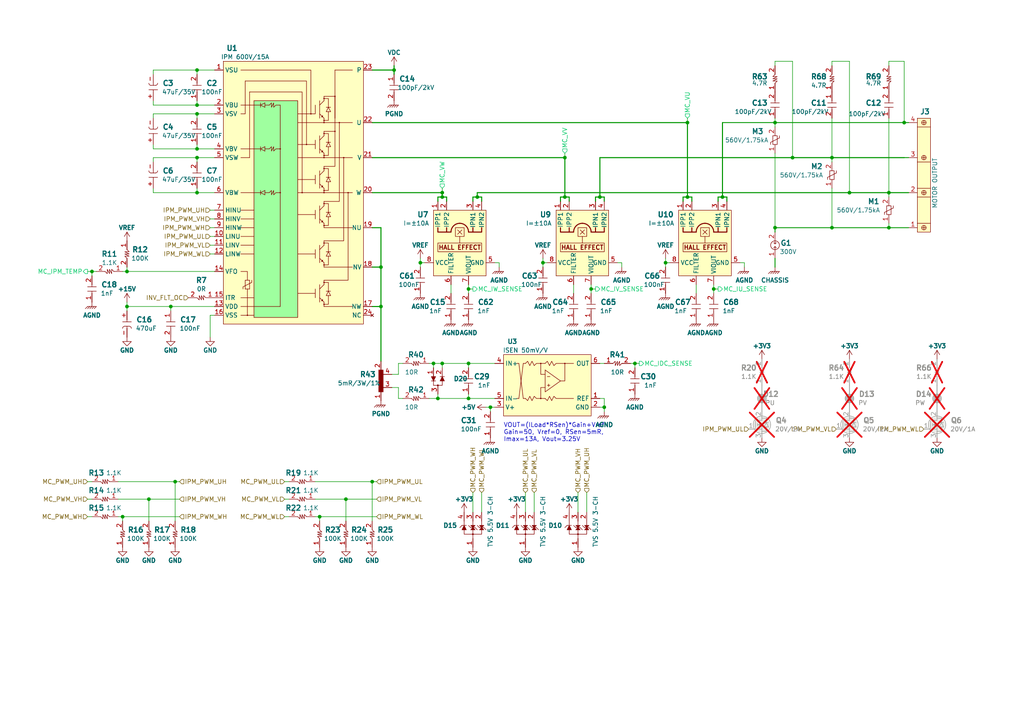
<source format=kicad_sch>
(kicad_sch (version 20231120) (generator "eeschema") (generator_version "8.0")
  (paper "A4")
  (title_block (title "POWER SUPPLY UNIT") (date "2023-10-14") (rev "0.0") (company "TON DUC THANG UNIVERSITY") (comment 1 "Schematic Designed by ...") (comment 2 "PCB Designed by ...") (comment 3 "Approved by ..."))
  (junction (at 175.26 118.11))
  (junction (at 57.15 20.32))
  (junction (at 57.15 33.02))
  (junction (at 229.87 45.72))
  (junction (at 128.27 57.15))
  (junction (at 171.45 83.82))
  (junction (at 121.92 76.2))
  (junction (at 224.79 35.56))
  (junction (at 257.81 55.88))
  (junction (at 35.56 149.86))
  (junction (at 209.55 57.15))
  (junction (at 57.15 30.48))
  (junction (at 128.27 55.88))
  (junction (at 57.15 43.18))
  (junction (at 257.81 66.04))
  (junction (at 246.38 55.88))
  (junction (at 173.99 57.15))
  (junction (at 36.83 78.74))
  (junction (at 224.79 66.04))
  (junction (at 36.83 88.9))
  (junction (at 57.15 45.72))
  (junction (at 107.95 139.7))
  (junction (at 163.83 45.72))
  (junction (at 43.18 144.78))
  (junction (at 49.53 88.9))
  (junction (at 114.3 20.32))
  (junction (at 110.49 88.9))
  (junction (at 199.39 35.56))
  (junction (at 199.39 57.15))
  (junction (at 128.27 105.41))
  (junction (at 184.15 105.41))
  (junction (at 157.48 76.2))
  (junction (at 110.49 77.47))
  (junction (at 135.89 83.82))
  (junction (at 92.71 149.86))
  (junction (at 100.33 144.78))
  (junction (at 57.15 55.88))
  (junction (at 207.01 83.82))
  (junction (at 241.3 45.72))
  (junction (at 135.89 115.57))
  (junction (at 26.67 78.74))
  (junction (at 142.24 118.11))
  (junction (at 127 115.57))
  (junction (at 125.73 105.41))
  (junction (at 135.89 105.41))
  (junction (at 262.255 35.56))
  (junction (at 138.43 57.15))
  (junction (at 193.04 76.2))
  (junction (at 163.83 57.15))
  (junction (at 241.3 66.04))
  (junction (at 50.8 139.7))
  (wire (pts (xy 157.48 76.2) (xy 158.75 76.2)))
  (wire (pts (xy 60.96 68.58) (xy 62.23 68.58)))
  (wire (pts (xy 25.4 144.78) (xy 26.67 144.78)))
  (wire (pts (xy 121.92 74.93) (xy 121.92 76.2)))
  (wire (pts (xy 163.83 45.72) (xy 163.83 57.15)) (stroke (width 0.3)))
  (wire (pts (xy 135.89 106.68) (xy 135.89 105.41)))
  (wire (pts (xy 171.45 83.82) (xy 172.72 83.82)))
  (wire (pts (xy 44.45 30.48) (xy 57.15 30.48)))
  (wire (pts (xy 44.45 20.32) (xy 57.15 20.32)))
  (wire (pts (xy 246.38 17.78) (xy 246.38 55.88)))
  (wire (pts (xy 114.3 20.32) (xy 114.3 21.59)) (stroke (width 0.3)))
  (wire (pts (xy 207.01 82.55) (xy 207.01 83.82)))
  (wire (pts (xy 224.79 34.29) (xy 224.79 35.56)))
  (wire (pts (xy 115.57 112.395) (xy 113.665 112.395)))
  (wire (pts (xy 224.79 35.56) (xy 262.255 35.56)) (stroke (width 0.254)))
  (wire (pts (xy 229.87 45.72) (xy 241.3 45.72)) (stroke (width 0.3)))
  (wire (pts (xy 44.45 29.21) (xy 44.45 30.48)))
  (wire (pts (xy 208.28 58.42) (xy 208.28 57.15)) (stroke (width 0.3)))
  (wire (pts (xy 91.44 144.78) (xy 100.33 144.78)))
  (wire (pts (xy 162.56 57.15) (xy 163.83 57.15)) (stroke (width 0.3)))
  (wire (pts (xy 224.79 74.93) (xy 224.79 77.47)) (stroke (width 0.254)))
  (wire (pts (xy 257.81 19.05) (xy 257.81 17.78)))
  (wire (pts (xy 224.79 19.05) (xy 224.79 17.78)))
  (wire (pts (xy 44.45 21.59) (xy 44.45 20.32)))
  (wire (pts (xy 115.57 115.57) (xy 115.57 112.395)))
  (wire (pts (xy 60.96 71.12) (xy 62.23 71.12)))
  (wire (pts (xy 137.16 57.15) (xy 138.43 57.15)) (stroke (width 0.3)))
  (wire (pts (xy 163.83 44.45) (xy 163.83 45.72)))
  (wire (pts (xy 121.92 76.2) (xy 123.19 76.2)))
  (wire (pts (xy 209.55 57.15) (xy 210.82 57.15)) (stroke (width 0.3)))
  (wire (pts (xy 34.29 144.78) (xy 43.18 144.78)))
  (wire (pts (xy 128.27 106.68) (xy 128.27 105.41)))
  (wire (pts (xy 57.15 54.61) (xy 57.15 55.88)))
  (wire (pts (xy 92.71 149.86) (xy 92.71 151.13)))
  (wire (pts (xy 175.26 57.15) (xy 175.26 58.42)) (stroke (width 0.3)))
  (wire (pts (xy 139.7 142.875) (xy 139.7 148.59)))
  (wire (pts (xy 35.56 149.86) (xy 52.07 149.86)))
  (wire (pts (xy 57.15 45.72) (xy 57.15 46.99)))
  (wire (pts (xy 184.15 105.41) (xy 182.88 105.41)))
  (wire (pts (xy 198.12 58.42) (xy 198.12 57.15)) (stroke (width 0.3)))
  (wire (pts (xy 34.29 139.7) (xy 50.8 139.7)))
  (wire (pts (xy 224.79 17.78) (xy 229.87 17.78)))
  (wire (pts (xy 44.45 41.91) (xy 44.45 43.18)))
  (wire (pts (xy 144.78 76.2) (xy 144.78 77.47)))
  (wire (pts (xy 173.99 45.72) (xy 173.99 57.15)) (stroke (width 0.3)))
  (wire (pts (xy 257.81 64.77) (xy 257.81 66.04)))
  (wire (pts (xy 175.26 119.38) (xy 175.26 118.11)))
  (wire (pts (xy 100.33 144.78) (xy 109.22 144.78)))
  (wire (pts (xy 110.49 88.9) (xy 110.49 104.775)) (stroke (width 0.3)))
  (wire (pts (xy 107.95 55.88) (xy 128.27 55.88)) (stroke (width 0.3)))
  (wire (pts (xy 91.44 139.7) (xy 107.95 139.7)))
  (wire (pts (xy 60.96 91.44) (xy 62.23 91.44)))
  (wire (pts (xy 44.45 33.02) (xy 57.15 33.02)))
  (wire (pts (xy 241.3 45.72) (xy 262.255 45.72)) (stroke (width 0.3)))
  (wire (pts (xy 60.96 66.04) (xy 62.23 66.04)))
  (wire (pts (xy 57.15 41.91) (xy 57.15 43.18)))
  (wire (pts (xy 229.87 17.78) (xy 229.87 45.72)))
  (wire (pts (xy 138.43 57.15) (xy 139.7 57.15)) (stroke (width 0.3)))
  (wire (pts (xy 129.54 57.15) (xy 129.54 58.42)) (stroke (width 0.3)))
  (wire (pts (xy 50.8 139.7) (xy 52.07 139.7)))
  (wire (pts (xy 135.89 83.82) (xy 137.16 83.82)))
  (wire (pts (xy 114.3 19.05) (xy 114.3 20.32)) (stroke (width 0.3)))
  (wire (pts (xy 43.18 144.78) (xy 52.07 144.78)))
  (wire (pts (xy 200.66 57.15) (xy 200.66 58.42)) (stroke (width 0.3)))
  (wire (pts (xy 62.23 30.48) (xy 57.15 30.48)))
  (wire (pts (xy 241.3 66.04) (xy 257.81 66.04)) (stroke (width 0.254)))
  (wire (pts (xy 152.4 142.875) (xy 152.4 148.59)))
  (wire (pts (xy 57.15 55.88) (xy 62.23 55.88)))
  (wire (pts (xy 257.81 17.78) (xy 262.255 17.78)))
  (wire (pts (xy 207.01 83.82) (xy 208.28 83.82)))
  (wire (pts (xy 210.82 57.15) (xy 210.82 58.42)) (stroke (width 0.3)))
  (wire (pts (xy 35.56 78.74) (xy 36.83 78.74)))
  (wire (pts (xy 25.4 149.86) (xy 26.67 149.86)))
  (wire (pts (xy 127 57.15) (xy 127 58.42)) (stroke (width 0.3)))
  (wire (pts (xy 170.18 142.875) (xy 170.18 148.59)))
  (wire (pts (xy 36.83 77.47) (xy 36.83 78.74)))
  (wire (pts (xy 107.95 20.32) (xy 114.3 20.32)) (stroke (width 0.3)))
  (wire (pts (xy 92.71 149.86) (xy 109.22 149.86)))
  (wire (pts (xy 107.95 139.7) (xy 109.22 139.7)))
  (wire (pts (xy 172.72 58.42) (xy 172.72 57.15)) (stroke (width 0.3)))
  (wire (pts (xy 107.95 139.7) (xy 107.95 151.13)))
  (wire (pts (xy 50.8 139.7) (xy 50.8 151.13)))
  (wire (pts (xy 44.45 43.18) (xy 57.15 43.18)))
  (wire (pts (xy 193.04 76.2) (xy 194.31 76.2)))
  (wire (pts (xy 142.24 118.11) (xy 142.24 119.38)))
  (wire (pts (xy 171.45 82.55) (xy 171.45 83.82)))
  (wire (pts (xy 137.16 142.875) (xy 137.16 148.59)))
  (wire (pts (xy 207.01 83.82) (xy 207.01 85.09)))
  (wire (pts (xy 257.81 55.88) (xy 263.525 55.88)) (stroke (width 0.3)))
  (wire (pts (xy 110.49 77.47) (xy 110.49 88.9)) (stroke (width 0.3)))
  (wire (pts (xy 165.1 57.15) (xy 165.1 58.42)) (stroke (width 0.3)))
  (wire (pts (xy 36.83 78.74) (xy 62.23 78.74)))
  (wire (pts (xy 175.26 115.57) (xy 175.26 118.11)))
  (wire (pts (xy 173.99 45.72) (xy 229.87 45.72)) (stroke (width 0.3)))
  (wire (pts (xy 198.12 57.15) (xy 199.39 57.15)) (stroke (width 0.3)))
  (wire (pts (xy 44.45 34.29) (xy 44.45 33.02)))
  (wire (pts (xy 201.93 85.09) (xy 201.93 82.55)))
  (wire (pts (xy 135.89 115.57) (xy 143.51 115.57)))
  (wire (pts (xy 241.3 34.29) (xy 241.3 45.72)))
  (wire (pts (xy 115.57 108.585) (xy 113.665 108.585)))
  (wire (pts (xy 57.15 29.21) (xy 57.15 30.48)))
  (wire (pts (xy 127 115.57) (xy 135.89 115.57)))
  (wire (pts (xy 128.27 54.61) (xy 128.27 55.88)))
  (wire (pts (xy 44.45 45.72) (xy 57.15 45.72)))
  (wire (pts (xy 57.15 20.32) (xy 57.15 21.59)))
  (wire (pts (xy 171.45 83.82) (xy 171.45 85.09)))
  (wire (pts (xy 138.43 55.88) (xy 138.43 57.15)) (stroke (width 0.3)))
  (wire (pts (xy 128.27 57.15) (xy 129.54 57.15)) (stroke (width 0.3)))
  (wire (pts (xy 82.55 139.7) (xy 83.82 139.7)))
  (wire (pts (xy 162.56 58.42) (xy 162.56 57.15)) (stroke (width 0.3)))
  (wire (pts (xy 214.63 76.2) (xy 215.9 76.2)))
  (wire (pts (xy 115.57 105.41) (xy 115.57 108.585)))
  (wire (pts (xy 193.04 76.2) (xy 193.04 77.47)))
  (wire (pts (xy 130.81 85.09) (xy 130.81 82.55)))
  (wire (pts (xy 44.45 46.99) (xy 44.45 45.72)))
  (wire (pts (xy 173.99 115.57) (xy 175.26 115.57)))
  (wire (pts (xy 175.26 118.11) (xy 173.99 118.11)))
  (wire (pts (xy 60.96 97.79) (xy 60.96 91.44)))
  (wire (pts (xy 91.44 149.86) (xy 92.71 149.86)))
  (wire (pts (xy 135.89 82.55) (xy 135.89 83.82)))
  (wire (pts (xy 135.89 83.82) (xy 135.89 85.09)))
  (wire (pts (xy 167.64 142.875) (xy 167.64 148.59)))
  (wire (pts (xy 36.83 88.9) (xy 49.53 88.9)))
  (wire (pts (xy 172.72 57.15) (xy 173.99 57.15)) (stroke (width 0.3)))
  (wire (pts (xy 246.38 55.88) (xy 257.81 55.88)) (stroke (width 0.3)))
  (wire (pts (xy 125.73 105.41) (xy 125.73 106.68)))
  (wire (pts (xy 125.73 105.41) (xy 128.27 105.41)))
  (wire (pts (xy 110.49 66.04) (xy 110.49 77.47)) (stroke (width 0.3)))
  (wire (pts (xy 241.3 45.72) (xy 241.3 46.99)))
  (wire (pts (xy 241.3 54.61) (xy 241.3 66.04)))
  (wire (pts (xy 215.9 76.2) (xy 215.9 77.47)))
  (wire (pts (xy 135.89 114.3) (xy 135.89 115.57)))
  (wire (pts (xy 62.23 45.72) (xy 57.15 45.72)))
  (wire (pts (xy 107.95 45.72) (xy 163.83 45.72)) (stroke (width 0.3)))
  (wire (pts (xy 100.33 144.78) (xy 100.33 151.13)))
  (wire (pts (xy 26.67 80.01) (xy 26.67 78.74)))
  (wire (pts (xy 128.27 105.41) (xy 135.89 105.41)))
  (wire (pts (xy 43.18 144.78) (xy 43.18 151.13)))
  (wire (pts (xy 184.15 106.68) (xy 184.15 105.41)))
  (wire (pts (xy 262.255 17.78) (xy 262.255 35.56)))
  (wire (pts (xy 124.46 105.41) (xy 125.73 105.41)))
  (wire (pts (xy 185.42 105.41) (xy 184.15 105.41)))
  (wire (pts (xy 199.39 57.15) (xy 199.39 35.56)) (stroke (width 0.3)))
  (wire (pts (xy 163.83 57.15) (xy 165.1 57.15)) (stroke (width 0.3)))
  (wire (pts (xy 107.95 77.47) (xy 110.49 77.47)) (stroke (width 0.3)))
  (wire (pts (xy 199.39 34.29) (xy 199.39 35.56)))
  (wire (pts (xy 224.79 44.45) (xy 224.79 66.04)))
  (wire (pts (xy 179.07 76.2) (xy 180.34 76.2)))
  (wire (pts (xy 173.99 57.15) (xy 175.26 57.15)) (stroke (width 0.3)))
  (wire (pts (xy 139.7 57.15) (xy 139.7 58.42)) (stroke (width 0.3)))
  (wire (pts (xy 209.55 35.56) (xy 209.55 57.15)) (stroke (width 0.3)))
  (wire (pts (xy 143.51 76.2) (xy 144.78 76.2)))
  (wire (pts (xy 107.95 35.56) (xy 199.39 35.56)) (stroke (width 0.3)))
  (wire (pts (xy 193.04 74.93) (xy 193.04 76.2)))
  (wire (pts (xy 25.4 139.7) (xy 26.67 139.7)))
  (wire (pts (xy 82.55 149.86) (xy 83.82 149.86)))
  (wire (pts (xy 60.96 63.5) (xy 62.23 63.5)))
  (wire (pts (xy 175.26 105.41) (xy 173.99 105.41)))
  (wire (pts (xy 166.37 85.09) (xy 166.37 82.55)))
  (wire (pts (xy 262.255 35.56) (xy 263.525 35.56)) (stroke (width 0.254)))
  (wire (pts (xy 49.53 90.17) (xy 49.53 88.9)))
  (wire (pts (xy 82.55 144.78) (xy 83.82 144.78)))
  (wire (pts (xy 209.55 35.56) (xy 224.79 35.56)) (stroke (width 0.254)))
  (wire (pts (xy 224.79 66.04) (xy 241.3 66.04)) (stroke (width 0.254)))
  (wire (pts (xy 138.43 55.88) (xy 246.38 55.88)) (stroke (width 0.3)))
  (wire (pts (xy 208.28 57.15) (xy 209.55 57.15)) (stroke (width 0.3)))
  (wire (pts (xy 35.56 149.86) (xy 35.56 151.13)))
  (wire (pts (xy 34.29 149.86) (xy 35.56 149.86)))
  (wire (pts (xy 127 115.57) (xy 124.46 115.57)))
  (wire (pts (xy 142.24 118.11) (xy 143.51 118.11)))
  (wire (pts (xy 127 57.15) (xy 128.27 57.15)) (stroke (width 0.3)))
  (wire (pts (xy 121.92 76.2) (xy 121.92 77.47)))
  (wire (pts (xy 36.83 90.17) (xy 36.83 88.9)))
  (wire (pts (xy 116.84 115.57) (xy 115.57 115.57)))
  (wire (pts (xy 49.53 88.9) (xy 62.23 88.9)))
  (wire (pts (xy 154.94 142.875) (xy 154.94 148.59)))
  (wire (pts (xy 128.27 57.15) (xy 128.27 55.88)) (stroke (width 0.3)))
  (wire (pts (xy 140.97 118.11) (xy 142.24 118.11)))
  (wire (pts (xy 62.23 33.02) (xy 57.15 33.02)))
  (wire (pts (xy 107.95 66.04) (xy 110.49 66.04)) (stroke (width 0.3)))
  (wire (pts (xy 60.96 73.66) (xy 62.23 73.66)))
  (wire (pts (xy 262.255 45.72) (xy 263.525 45.72)) (stroke (width 0.254)))
  (wire (pts (xy 135.89 105.41) (xy 143.51 105.41)))
  (wire (pts (xy 26.67 78.74) (xy 27.94 78.74)))
  (wire (pts (xy 257.81 55.88) (xy 257.81 57.15)))
  (wire (pts (xy 44.45 54.61) (xy 44.45 55.88)))
  (wire (pts (xy 157.48 76.2) (xy 157.48 77.47)))
  (wire (pts (xy 110.49 88.9) (xy 107.95 88.9)) (stroke (width 0.3)))
  (wire (pts (xy 257.81 34.29) (xy 257.81 55.88)))
  (wire (pts (xy 241.3 17.78) (xy 246.38 17.78)))
  (wire (pts (xy 60.96 60.96) (xy 62.23 60.96)))
  (wire (pts (xy 224.79 35.56) (xy 224.79 36.83)))
  (wire (pts (xy 25.4 78.74) (xy 26.67 78.74)))
  (wire (pts (xy 57.15 33.02) (xy 57.15 34.29)))
  (wire (pts (xy 157.48 74.93) (xy 157.48 76.2)))
  (wire (pts (xy 257.81 66.04) (xy 263.525 66.04)) (stroke (width 0.254)))
  (wire (pts (xy 62.23 43.18) (xy 57.15 43.18)))
  (wire (pts (xy 127 114.3) (xy 127 115.57)))
  (wire (pts (xy 44.45 55.88) (xy 57.15 55.88)))
  (wire (pts (xy 116.84 105.41) (xy 115.57 105.41)))
  (wire (pts (xy 241.3 19.05) (xy 241.3 17.78)))
  (wire (pts (xy 199.39 57.15) (xy 200.66 57.15)) (stroke (width 0.3)))
  (wire (pts (xy 36.83 87.63) (xy 36.83 88.9)))
  (wire (pts (xy 62.23 20.32) (xy 57.15 20.32)))
  (wire (pts (xy 137.16 58.42) (xy 137.16 57.15)) (stroke (width 0.3)))
  (wire (pts (xy 180.34 76.2) (xy 180.34 77.47)))
  (wire (pts (xy 224.79 66.04) (xy 224.79 67.31)) (stroke (width 0.254)))
  (text "VOUT=(ILoad*RSen)*Gain+Vref\nGain=50, Vref=0, RSen=5mR,\nImax=13A, Vout=3.25V" (at 146.05 128.27 0) (effects (font (size 1.27 1.27)) (justify left bottom)))
  (hierarchical_label "MC_PWM_UL" (shape input) (at 82.55 139.7 180))
  (hierarchical_label "MC_PWM_UH" (shape input) (at 25.4 139.7 180))
  (hierarchical_label "MC_PWM_WH" (shape input) (at 137.16 142.875 90))
  (hierarchical_label "IPM_PWM_UL" (shape input) (at 217.17 124.46 180))
  (hierarchical_label "IPM_PWM_VL" (shape input) (at 60.96 71.12 180))
  (hierarchical_label "MC_VW" (shape input) (at 128.27 54.61 90))
  (hierarchical_label "IPM_PWM_UL" (shape input) (at 60.96 68.58 180))
  (hierarchical_label "IPM_PWM_UH" (shape input) (at 52.07 139.7 0))
  (hierarchical_label "IPM_PWM_VH" (shape input) (at 52.07 144.78 0))
  (hierarchical_label "IPM_PWM_VL" (shape input) (at 109.22 144.78 0))
  (hierarchical_label "MC_PWM_VL" (shape input) (at 154.94 142.875 90))
  (hierarchical_label "MC_PWM_VL" (shape input) (at 82.55 144.78 180))
  (hierarchical_label "IPM_PWM_UH" (shape input) (at 60.96 60.96 180))
  (hierarchical_label "IPM_PWM_WL" (shape input) (at 267.97 124.46 180))
  (hierarchical_label "MC_PWM_VH" (shape input) (at 167.64 142.875 90))
  (hierarchical_label "MC_VV" (shape input) (at 163.83 44.45 90))
  (hierarchical_label "MC_IPM_TEMP" (shape output) (at 25.4 78.74 180))
  (hierarchical_label "IPM_PWM_VL" (shape input) (at 242.57 124.46 180))
  (hierarchical_label "IPM_PWM_WH" (shape input) (at 60.96 66.04 180))
  (hierarchical_label "MC_IW_SENSE" (shape output) (at 137.16 83.82 0))
  (hierarchical_label "MC_PWM_VH" (shape input) (at 25.4 144.78 180))
  (hierarchical_label "MC_PWM_UL" (shape input) (at 152.4 142.875 90))
  (hierarchical_label "IPM_PWM_VH" (shape input) (at 60.96 63.5 180))
  (hierarchical_label "MC_IV_SENSE" (shape output) (at 172.72 83.82 0))
  (hierarchical_label "IPM_PWM_WL" (shape input) (at 60.96 73.66 180))
  (hierarchical_label "MC_IDC_SENSE" (shape output) (at 185.42 105.41 0))
  (hierarchical_label "MC_VU" (shape input) (at 199.39 34.29 90))
  (hierarchical_label "MC_PWM_WH" (shape input) (at 25.4 149.86 180))
  (hierarchical_label "IPM_PWM_WL" (shape input) (at 109.22 149.86 0))
  (hierarchical_label "IPM_PWM_UL" (shape input) (at 109.22 139.7 0))
  (hierarchical_label "MC_PWM_WL" (shape input) (at 139.7 142.875 90))
  (hierarchical_label "MC_PWM_WL" (shape input) (at 82.55 149.86 180))
  (hierarchical_label "INV_FLT_OC" (shape input) (at 54.61 86.36 180))
  (hierarchical_label "MC_PWM_UH" (shape input) (at 170.18 142.875 90))
  (hierarchical_label "MC_IU_SENSE" (shape output) (at 208.28 83.82 0))
  (hierarchical_label "IPM_PWM_WH" (shape input) (at 52.07 149.86 0))
  (symbol (lib_id "SAMPI:AGND") (at 166.37 92.71 0) (unit 1)
    (property "Reference" "#PWR0109" (effects (hide yes)))
    (property "Value" "AGND" (at 166.37 96.52 0) (effects (font (bold yes))))
  )
  (symbol (lib_id "SAMPI:CERCAP") (at 144.78 124.46 270) (mirror x) (unit 1)
    (property "Reference" "C31" (at 138.43 121.92 90) (effects (font (size 1.5 1.5) (bold yes)) (justify right)))
    (property "Value" "100nF" (at 139.7 124.46 90) (effects (justify right)))
    (property "Footprint" "SAMPI:CAP0603" (effects (hide yes)))
    (property "Description" "CAP CER 0.1UF 50V X7R 0603" (effects (hide yes)))
    (property "MNP" "CL10B104KB8NNNC" (effects (hide yes)))
    (property "Unit Price" "0.0146" (effects (hide yes)))
    (property "MFT" "Samsung" (effects (hide yes)))
    (property "Checked" "OK" (effects (hide yes)))
  )
  (symbol (lib_id "SAMPI:CERCAP") (at 46.99 92.71 90) (mirror x) (unit 1)
    (property "Reference" "C17" (at 52.07 92.71 90) (effects (font (size 1.5 1.5) (bold yes)) (justify right)))
    (property "Value" "100nF" (at 52.07 95.25 90) (effects (justify right)))
    (property "Footprint" "SAMPI:CAP0603" (effects (hide yes)))
    (property "Description" "CAP CER 0.1UF 50V X7R 0603" (effects (hide yes)))
    (property "MNP" "CL10B104KB8NNNC" (effects (hide yes)))
    (property "Unit Price" "0.0146" (effects (hide yes)))
    (property "MFT" "Samsung" (effects (hide yes)))
    (property "Checked" "OK" (effects (hide yes)))
  )
  (symbol (lib_id "SAMPI:AGND") (at 142.24 127 0) (unit 1)
    (property "Reference" "#PWR068" (effects (hide yes)))
    (property "Value" "AGND" (at 142.24 130.81 0) (effects (font (bold yes))))
  )
  (symbol (lib_id "power:GND") (at 36.83 97.79 0) (unit 1)
    (property "Reference" "#PWR014" (effects (hide yes)))
    (property "Value" "GND" (at 36.83 101.6 0) (effects (font (bold yes))))
  )
  (symbol (lib_id "SAMPI:VREF") (at 121.92 74.93 0) (unit 1)
    (property "Reference" "#PWR082" (effects (hide yes)))
    (property "Value" "VREF" (at 121.92 71.12 0) (effects (font (bold yes))))
  )
  (symbol (lib_id "SAMPI:ELECCAP") (at 39.37 92.71 270) (unit 1)
    (property "Reference" "C16" (at 39.37 92.71 90) (effects (font (size 1.5 1.5) (bold yes)) (justify left)))
    (property "Value" "470uF" (at 39.37 95.25 90) (effects (justify left)))
    (property "Footprint" "SAMPI:CAP_ELEC-10.3x10.3-DIA10" (effects (hide yes)))
    (property "Description" "CAP ALUM POLY 470UF 20% 25V SMD" (effects (hide yes)))
    (property "MNP" "A768MS477M1ELAE017" (effects (hide yes)))
    (property "Unit Price" "0.85" (effects (hide yes)))
    (property "MFT" "KEMET" (effects (hide yes)))
    (property "Checked" "OK" (effects (hide yes)))
  )
  (symbol (lib_id "SAMPI:CERCAP") (at 255.27 31.75 90) (unit 1)
    (property "Reference" "C12" (at 253.365 29.845 90) (effects (font (size 1.5 1.5) (bold yes))))
    (property "Value" "100pF/2kV" (at 251.46 33.02 90))
    (property "Footprint" "SAMPI:CAP1206" (effects (hide yes)))
    (property "Description" "CAP CER 100PF 2000V X7R 1206" (effects (hide yes)))
    (property "MNP" "885342208022" (effects (hide yes)))
    (property "Unit Price" "0.19" (effects (hide yes)))
    (property "MFT" "WE" (effects (hide yes)))
    (property "Checked" "OK" (effects (hide yes)))
  )
  (symbol (lib_id "power:+3V3") (at 165.1 148.59 0) (unit 1)
    (property "Reference" "#PWR051" (effects (hide yes)))
    (property "Value" "+3V3" (at 165.1 144.78 0) (effects (font (bold yes))))
  )
  (symbol (lib_id "SAMPI:CERCAP") (at 168.91 90.17 90) (unit 1)
    (property "Reference" "C65" (at 173.99 87.63 90) (effects (font (size 1.5 1.5) (bold yes)) (justify right)))
    (property "Value" "1nF" (at 173.99 90.17 90) (effects (justify right)))
    (property "Footprint" "SAMPI:CAP0603" (effects (hide yes)))
    (property "Description" "CAP CER 1nF 50V X7R 0603" (effects (hide yes)))
    (property "MNP" "CL10B102KB8NNNC" (effects (hide yes)))
    (property "Unit Price" "0.027" (effects (hide yes)))
    (property "MFT" "Samsung" (effects (hide yes)))
    (property "Checked" "OK" (effects (hide yes)))
  )
  (symbol (lib_id "SAMPI:MOV") (at 243.84 52.07 270) (mirror x) (unit 1)
    (property "Reference" "M2" (at 238.76 48.26 90) (effects (font (size 1.5 1.5) (bold yes)) (justify right)))
    (property "Value" "560V/1.75kA" (at 238.76 50.8 90) (effects (justify right)))
    (property "Footprint" "SAMPI:MOV5MM" (effects (hide yes)))
    (property "Description" "VARISTOR 560V 1.75KA DISC 7MM" (effects (hide yes)))
    (property "MNP" "561KD07" (effects (hide yes)))
    (property "Unit Price" "0.255" (effects (hide yes)))
    (property "MFT" "YAGEO" (effects (hide yes)))
    (property "Checked" "OK" (effects (hide yes)))
  )
  (symbol (lib_id "SAMPI:ZXCT199Q") (at 146.05 97.79 0) (unit 1)
    (property "Reference" "U3" (at 148.59 99.06 0) (effects (font (size 1.3 1.3) (bold yes))))
    (property "Value" "ISEN 50mV/V" (at 152.4 101.6 0))
    (property "Footprint" "SAMPI:SOT363" (effects (hide yes)))
    (property "Description" "CM VOLTAGE OUTPUT SOT363 T&R 3K" (effects (hide yes)))
    (property "MNP" "ZXCT199QA1DW-7" (effects (hide yes)))
    (property "Unit Price" "0.079" (effects (hide yes)))
    (property "MFT" "Diodes" (effects (hide yes)))
    (property "Checked" "OK" (effects (hide yes)))
  )
  (symbol (lib_id "SAMPI:AGND") (at 130.81 92.71 0) (unit 1)
    (property "Reference" "#PWR022" (effects (hide yes)))
    (property "Value" "AGND" (at 130.81 96.52 0) (effects (font (bold yes))))
  )
  (symbol (lib_id "power:GND") (at 107.95 158.75 0) (unit 1)
    (property "Reference" "#PWR031" (effects (hide yes)))
    (property "Value" "GND" (at 107.95 162.56 0) (effects (font (bold yes))))
  )
  (symbol (lib_id "SAMPI:AGND") (at 184.15 114.3 0) (unit 1)
    (property "Reference" "#PWR065" (effects (hide yes)))
    (property "Value" "AGND" (at 184.15 118.11 0) (effects (font (bold yes))))
  )
  (symbol (lib_id "SAMPI:AGND") (at 180.34 77.47 0) (unit 1)
    (property "Reference" "#PWR0111" (effects (hide yes)))
    (property "Value" "AGND" (at 180.34 81.28 0) (effects (font (bold yes))))
  )
  (symbol (lib_id "SAMPI:RES") (at 97.79 156.21 90) (unit 1)
    (property "Reference" "R24" (at 104.14 153.67 90) (effects (font (size 1.5 1.5) (bold yes))))
    (property "Value" "100K" (at 104.14 156.21 90))
    (property "Footprint" "SAMPI:RES0603" (effects (hide yes)))
    (property "Description" "RES 100K OHM 1% 1/10W 0603" (effects (hide yes)))
    (property "Unit Price" "0.019" (effects (hide yes)))
    (property "MNP" "RC0603FR-07100KL" (effects (hide yes)))
    (property "MFT" "YAGEO" (effects (hide yes)))
    (property "Checked" "OK" (effects (hide yes)))
  )
  (symbol (lib_id "SAMPI:RES") (at 269.24 109.22 90) (unit 1) (in_bom no) (dnp yes)
    (property "Reference" "R66" (at 267.97 106.68 90) (effects (font (size 1.5 1.5) (bold yes))))
    (property "Value" "1.1K" (at 267.97 109.22 90))
    (property "Footprint" "SAMPI:RES0603" (effects (hide yes)))
    (property "Description" "RES SMD 1.1K OHM 1% 1/10W 0603" (effects (hide yes)))
    (property "MFT" "YAGEO" (effects (hide yes)))
    (property "Unit Price" "0.021" (effects (hide yes)))
    (property "MNP" "AC0603FR-071K1L" (effects (hide yes)))
    (property "Checked" "OK" (effects (hide yes)))
  )
  (symbol (lib_id "SAMPI:VREF") (at 157.48 74.93 0) (unit 1)
    (property "Reference" "#PWR089" (effects (hide yes)))
    (property "Value" "VREF" (at 157.48 71.12 0) (effects (font (bold yes))))
  )
  (symbol (lib_id "SAM1:TVS_3CH") (at 154.94 139.7 0) (mirror y) (unit 1)
    (property "Reference" "D11" (at 147.955 152.4 0) (effects (font (size 1.3 1.3) (bold yes)) (justify left)))
    (property "Value" "TVS 5.5V 3-CH" (at 157.48 158.75 90) (effects (justify left)))
    (property "Footprint" "SAMPI:SOT143B_NEXT" (effects (hide yes)))
    (property "Description" "TVS DIODE 5.5VWM SOT143B" (effects (hide yes)))
    (property "MNP" "PRTR5V0U2X,215" (effects (hide yes)))
    (property "MFT" "  Nexperia" (effects (hide yes)))
    (property "Checked" "OK" (effects (hide yes)))
  )
  (symbol (lib_id "SAMPI:RES") (at 88.9 142.24 0) (mirror y) (unit 1)
    (property "Reference" "R21" (at 85.09 142.24 0) (effects (font (size 1.5 1.5) (bold yes))))
    (property "Value" "1.1K" (at 90.17 142.24 0))
    (property "Footprint" "SAMPI:RES0603" (effects (hide yes)))
    (property "Description" "RES SMD 1.1K OHM 1% 1/10W 0603" (effects (hide yes)))
    (property "Unit Price" "0.021" (effects (hide yes)))
    (property "MNP" "AC0603FR-071K1L" (effects (hide yes)))
    (property "MFT" "YAGEO" (effects (hide yes)))
    (property "Checked" "OK" (effects (hide yes)))
  )
  (symbol (lib_id "SAMPI:CERCAP") (at 186.69 111.76 270) (mirror x) (unit 1)
    (property "Reference" "C30" (at 190.5 109.22 90) (effects (font (size 1.5 1.5) (bold yes)) (justify right)))
    (property "Value" "1nF" (at 190.5 111.76 90) (effects (justify right)))
    (property "Footprint" "SAMPI:CAP0603" (effects (hide yes)))
    (property "Description" "CAP CER 1nF 50V X7R 0603" (effects (hide yes)))
    (property "MNP" "CL10B102KB8NNNC" (effects (hide yes)))
    (property "Unit Price" "0.027" (effects (hide yes)))
    (property "MFT" "Samsung" (effects (hide yes)))
    (property "Checked" "OK" (effects (hide yes)))
  )
  (symbol (lib_id "SAMPI:MOV") (at 260.35 62.23 270) (mirror x) (unit 1)
    (property "Reference" "M1" (at 255.27 58.42 90) (effects (font (size 1.5 1.5) (bold yes)) (justify right)))
    (property "Value" "560V/1.75kA" (at 255.27 60.96 90) (effects (justify right)))
    (property "Footprint" "SAMPI:MOV5MM" (effects (hide yes)))
    (property "Description" "VARISTOR 560V 1.75KA DISC 7MM" (effects (hide yes)))
    (property "MNP" "561KD07" (effects (hide yes)))
    (property "Unit Price" "0.255" (effects (hide yes)))
    (property "MFT" "YAGEO" (effects (hide yes)))
    (property "Checked" "OK" (effects (hide yes)))
  )
  (symbol (lib_id "SAMPI:CERCAP") (at 199.39 90.17 90) (unit 1)
    (property "Reference" "C67" (at 195.58 87.63 90) (effects (font (size 1.5 1.5) (bold yes)) (justify right)))
    (property "Value" "1nF" (at 195.58 90.17 90) (effects (justify right)))
    (property "Footprint" "SAMPI:CAP0603" (effects (hide yes)))
    (property "Description" "CAP CER 1nF 50V X7R 0603" (effects (hide yes)))
    (property "MNP" "CL10B102KB8NNNC" (effects (hide yes)))
    (property "Unit Price" "0.027" (effects (hide yes)))
    (property "MFT" "Samsung" (effects (hide yes)))
    (property "Checked" "OK" (effects (hide yes)))
  )
  (symbol (lib_id "SAMPI:ACS724") (at 193.04 60.96 90) (mirror x) (unit 1)
    (property "Reference" "U10" (at 195.58 62.23 90) (effects (font (size 1.5 1.5) (bold yes)) (justify left)))
    (property "Value" "I=±10A" (at 195.58 64.77 90) (effects (justify left)))
    (property "Footprint" "SAMPI:SOIC8_ALL" (effects (hide yes)))
    (property "Description" "SENSOR CURRENT HALL 10A AC/DC" (effects (hide yes)))
    (property "MNP" "ACS724LLCTR-10AB-T" (effects (hide yes)))
    (property "Unit Price" "4.36" (effects (hide yes)))
    (property "MFT" "Allegro" (effects (hide yes)))
    (property "Checked" "OK" (effects (hide yes)))
  )
  (symbol (lib_id "SAMPI:RES") (at 31.75 147.32 0) (mirror y) (unit 1)
    (property "Reference" "R15" (at 27.94 147.32 0) (effects (font (size 1.5 1.5) (bold yes))))
    (property "Value" "1.1K" (at 33.02 147.32 0))
    (property "Footprint" "SAMPI:RES0603" (effects (hide yes)))
    (property "Description" "RES SMD 1.1K OHM 1% 1/10W 0603" (effects (hide yes)))
    (property "Unit Price" "0.021" (effects (hide yes)))
    (property "MNP" "AC0603FR-071K1L" (effects (hide yes)))
    (property "MFT" "YAGEO" (effects (hide yes)))
    (property "Checked" "OK" (effects (hide yes)))
  )
  (symbol (lib_id "SAMPI:RES") (at 31.75 142.24 0) (mirror y) (unit 1)
    (property "Reference" "R14" (at 27.94 142.24 0) (effects (font (size 1.5 1.5) (bold yes))))
    (property "Value" "1.1K" (at 33.02 142.24 0))
    (property "Footprint" "SAMPI:RES0603" (effects (hide yes)))
    (property "Description" "RES SMD 1.1K OHM 1% 1/10W 0603" (effects (hide yes)))
    (property "Unit Price" "0.021" (effects (hide yes)))
    (property "MNP" "AC0603FR-071K1L" (effects (hide yes)))
    (property "MFT" "YAGEO" (effects (hide yes)))
    (property "Checked" "OK" (effects (hide yes)))
  )
  (symbol (lib_id "SAMPI:RES") (at 218.44 109.22 90) (unit 1) (in_bom no) (dnp yes)
    (property "Reference" "R20" (at 217.17 106.68 90) (effects (font (size 1.5 1.5) (bold yes))))
    (property "Value" "1.1K" (at 217.17 109.22 90))
    (property "Footprint" "SAMPI:RES0603" (effects (hide yes)))
    (property "Description" "RES SMD 1.1K OHM 1% 1/10W 0603" (effects (hide yes)))
    (property "MFT" "YAGEO" (effects (hide yes)))
    (property "Unit Price" "0.021" (effects (hide yes)))
    (property "MNP" "AC0603FR-071K1L" (effects (hide yes)))
    (property "Checked" "OK" (effects (hide yes)))
  )
  (symbol (lib_id "SAMPI:CERCAP") (at 54.61 39.37 90) (unit 1)
    (property "Reference" "C5" (at 59.69 36.8299 90) (effects (font (size 1.5 1.5) (bold yes)) (justify right)))
    (property "Value" "100nF" (at 58.42 39.37 90) (effects (justify right)))
    (property "Footprint" "SAMPI:CAP0603" (effects (hide yes)))
    (property "Description" "CAP CER 0.1UF 50V X7R 0603" (effects (hide yes)))
    (property "MNP" "CL10B104KB8NNNC" (effects (hide yes)))
    (property "Unit Price" "0.0146" (effects (hide yes)))
    (property "MFT" "Samsung" (effects (hide yes)))
    (property "Checked" "OK" (effects (hide yes)))
  )
  (symbol (lib_id "power:VDC") (at 114.3 19.05 0) (unit 1)
    (property "Reference" "#PWR01" (effects (hide yes)))
    (property "Value" "VDC" (at 114.3 15.24 0) (effects (font (bold yes))))
  )
  (symbol (lib_id "SAMPI:CERCAP") (at 154.94 82.55 90) (unit 1)
    (property "Reference" "C63" (at 151.13 80.01 90) (effects (font (size 1.5 1.5) (bold yes)) (justify right)))
    (property "Value" "100nF" (at 151.13 82.55 90) (effects (justify right)))
    (property "Footprint" "SAMPI:CAP0603" (effects (hide yes)))
    (property "Description" "CAP CER 0.1UF 50V X7R 0603" (effects (hide yes)))
    (property "MNP" "CL10B104KB8NNNC" (effects (hide yes)))
    (property "Unit Price" "0.0146" (effects (hide yes)))
    (property "MFT" "Samsung" (effects (hide yes)))
    (property "Checked" "OK" (effects (hide yes)))
  )
  (symbol (lib_id "SAMPI:CERCAP") (at 54.61 26.67 90) (unit 1)
    (property "Reference" "C2" (at 59.69 24.1299 90) (effects (font (size 1.5 1.5) (bold yes)) (justify right)))
    (property "Value" "100nF" (at 58.42 26.67 90) (effects (justify right)))
    (property "Footprint" "SAMPI:CAP0603" (effects (hide yes)))
    (property "Description" "CAP CER 0.1UF 50V X7R 0603" (effects (hide yes)))
    (property "MNP" "CL10B104KB8NNNC" (effects (hide yes)))
    (property "Unit Price" "0.0146" (effects (hide yes)))
    (property "MFT" "Samsung" (effects (hide yes)))
    (property "Checked" "OK" (effects (hide yes)))
  )
  (symbol (lib_id "SAMPI:AGND") (at 135.89 92.71 0) (unit 1)
    (property "Reference" "#PWR087" (effects (hide yes)))
    (property "Value" "AGND" (at 135.89 96.52 0) (effects (font (bold yes))))
  )
  (symbol (lib_id "SAMPI:RLED") (at 216.535 114.3 90) (mirror x) (unit 1) (in_bom no) (dnp yes)
    (property "Reference" "D12" (at 226.06 114.3 90) (effects (font (size 1.5 1.5) (bold yes)) (justify left)))
    (property "Value" "PU" (at 224.79 116.84 90) (effects (justify left)))
    (property "Footprint" "SAMPI:LED0603" (effects (hide yes)))
    (property "Description" "LED RED DIFFUSED 0603 SMD" (effects (hide yes)))
    (property "MFT" "Harvatek" (effects (hide yes)))
    (property "Unit Price" "0.1" (effects (hide yes)))
    (property "MNP" "B1911USD-20D000114U1930" (effects (hide yes)))
    (property "Checked" "OK" (effects (hide yes)))
  )
  (symbol (lib_id "SAMPI:AGND") (at 121.92 85.09 0) (unit 1)
    (property "Reference" "#PWR085" (effects (hide yes)))
    (property "Value" "AGND" (at 121.92 88.9 0) (effects (font (bold yes))))
  )
  (symbol (lib_id "power:+3V3") (at 271.78 104.14 0) (unit 1)
    (property "Reference" "#PWR0161" (effects (hide yes)))
    (property "Value" "+3V3" (at 271.78 100.33 0) (effects (font (bold yes))))
  )
  (symbol (lib_id "SAMPI:CERCAP") (at 119.38 82.55 90) (unit 1)
    (property "Reference" "C61" (at 115.57 80.01 90) (effects (font (size 1.5 1.5) (bold yes)) (justify right)))
    (property "Value" "100nF" (at 115.57 82.55 90) (effects (justify right)))
    (property "Footprint" "SAMPI:CAP0603" (effects (hide yes)))
    (property "Description" "CAP CER 0.1UF 50V X7R 0603" (effects (hide yes)))
    (property "MNP" "CL10B104KB8NNNC" (effects (hide yes)))
    (property "Unit Price" "0.0146" (effects (hide yes)))
    (property "MFT" "Samsung" (effects (hide yes)))
    (property "Checked" "OK" (effects (hide yes)))
  )
  (symbol (lib_id "power:GND") (at 49.53 97.79 0) (unit 1)
    (property "Reference" "#PWR013" (effects (hide yes)))
    (property "Value" "GND" (at 49.53 101.6 0) (effects (font (bold yes))))
  )
  (symbol (lib_id "SAMPI:RES") (at 121.92 102.87 0) (mirror y) (unit 1)
    (property "Reference" "R40" (at 120.65 102.87 0) (effects (font (size 1.5 1.5) (bold yes))))
    (property "Value" "10R" (at 119.38 107.95 0))
    (property "Footprint" "SAMPI:RES0603" (effects (hide yes)))
    (property "Description" "RES 10 OHM 1% 1/10W 0603" (effects (hide yes)))
    (property "Unit Price" "0.029" (effects (hide yes)))
    (property "MNP" "RC0603FR-0710RL" (effects (hide yes)))
    (property "MFT" "YAGEO" (effects (hide yes)))
    (property "Checked" "OK" (effects (hide yes)))
  )
  (symbol (lib_id "SAMPI:VREF") (at 36.83 69.85 0) (unit 1)
    (property "Reference" "#PWR024" (effects (hide yes)))
    (property "Value" "VREF" (at 36.83 66.04 0) (effects (font (bold yes))))
  )
  (symbol (lib_id "SAMPI:AGND") (at 193.04 85.09 0) (unit 1)
    (property "Reference" "#PWR0113" (effects (hide yes)))
    (property "Value" "AGND" (at 193.04 88.9 0) (effects (font (bold yes))))
  )
  (symbol (lib_id "SAMPI:IKCM15H60GAXKMA2") (at 62.23 12.7 0) (unit 1)
    (property "Reference" "U1" (at 67.31 13.97 0) (effects (font (size 1.5 1.5) (bold yes))))
    (property "Value" "IPM 600V/15A" (at 71.12 16.51 0))
    (property "Footprint" "SAMPI:CIPOS-MINI" (effects (hide yes)))
    (property "Description" "IFPS MODULES 24MDIP" (effects (hide yes)))
    (property "MNP" "IKCM15H60GAXKMA2" (effects (hide yes)))
    (property "Unit Price" "11.37" (effects (hide yes)))
    (property "MFT" "Infineon" (effects (hide yes)))
    (property "Checked" "OK" (effects (hide yes)))
  )
  (symbol (lib_id "SAMPI:PGND") (at 110.49 116.205 0) (unit 1)
    (property "Reference" "#PWR05" (effects (hide yes)))
    (property "Value" "PGND" (at 110.49 120.015 0) (effects (font (bold yes))))
  )
  (symbol (lib_id "SAMPI:CERCAP") (at 116.84 24.13 270) (unit 1)
    (property "Reference" "C14" (at 118.11 22.86 90) (effects (font (size 1.5 1.5) (bold yes))))
    (property "Value" "100pF/2kV" (at 120.65 25.4 90))
    (property "Footprint" "SAMPI:CAP1206" (effects (hide yes)))
    (property "Description" "CAP CER 100PF 2000V X7R 1206" (effects (hide yes)))
    (property "MNP" "885342208022" (effects (hide yes)))
    (property "Unit Price" "0.19" (effects (hide yes)))
    (property "MFT" "WE" (effects (hide yes)))
    (property "Checked" "OK" (effects (hide yes)))
  )
  (symbol (lib_id "power:+3V3") (at 246.38 104.14 0) (unit 1)
    (property "Reference" "#PWR055" (effects (hide yes)))
    (property "Value" "+3V3" (at 246.38 100.33 0) (effects (font (bold yes))))
  )
  (symbol (lib_id "SAMPI:ELECCAP") (at 46.99 39.37 270) (mirror x) (unit 1)
    (property "Reference" "C4" (at 46.99 36.83 90) (effects (font (size 1.5 1.5) (bold yes)) (justify left)))
    (property "Value" "47uF/35V" (at 46.99 39.37 90) (effects (justify left)))
    (property "Footprint" "SAMPI:CAP_ELEC-6.6x6.6-DIA6.3" (effects (hide yes)))
    (property "Description" "CAP ALUM POLY 47UF 20% 35V SMD" (effects (hide yes)))
    (property "MNP" "A768EB476M1VLAE042" (effects (hide yes)))
    (property "Unit Price" "0.45" (effects (hide yes)))
    (property "MFT" "KEMET" (effects (hide yes)))
    (property "Checked" "OK" (effects (hide yes)))
  )
  (symbol (lib_id "SAMPI:ELECCAP") (at 46.99 26.67 270) (mirror x) (unit 1)
    (property "Reference" "C3" (at 46.99 24.13 90) (effects (font (size 1.5 1.5) (bold yes)) (justify left)))
    (property "Value" "47uF/35V" (at 46.99 26.67 90) (effects (justify left)))
    (property "Footprint" "SAMPI:CAP_ELEC-6.6x6.6-DIA6.3" (effects (hide yes)))
    (property "Description" "CAP ALUM POLY 47UF 20% 35V SMD" (effects (hide yes)))
    (property "MNP" "A768EB476M1VLAE042" (effects (hide yes)))
    (property "Unit Price" "0.45" (effects (hide yes)))
    (property "MFT" "KEMET" (effects (hide yes)))
    (property "Checked" "OK" (effects (hide yes)))
  )
  (symbol (lib_id "power:GND") (at 50.8 158.75 0) (unit 1)
    (property "Reference" "#PWR028" (effects (hide yes)))
    (property "Value" "GND" (at 50.8 162.56 0) (effects (font (bold yes))))
  )
  (symbol (lib_id "power:GND") (at 246.38 127 0) (unit 1)
    (property "Reference" "#PWR056" (effects (hide yes)))
    (property "Value" "GND" (at 246.38 130.81 0) (effects (font (bold yes))))
  )
  (symbol (lib_id "SAMPI:AGND") (at 144.78 77.47 0) (unit 1)
    (property "Reference" "#PWR08" (effects (hide yes)))
    (property "Value" "AGND" (at 144.78 81.28 0) (effects (font (bold yes))))
  )
  (symbol (lib_id "power:GND") (at 152.4 158.75 0) (unit 1)
    (property "Reference" "#PWR0190" (effects (hide yes)))
    (property "Value" "GND" (at 152.4 162.56 0) (effects (font (bold yes))))
  )
  (symbol (lib_id "power:+3V3") (at 149.86 148.59 0) (unit 1)
    (property "Reference" "#PWR0189" (effects (hide yes)))
    (property "Value" "+3V3" (at 149.86 144.78 0) (effects (font (bold yes))))
  )
  (symbol (lib_id "SAMPI:AGND") (at 171.45 92.71 0) (unit 1)
    (property "Reference" "#PWR0110" (effects (hide yes)))
    (property "Value" "AGND" (at 171.45 96.52 0) (effects (font (bold yes))))
  )
  (symbol (lib_id "power:GND") (at 271.78 127 0) (unit 1)
    (property "Reference" "#PWR0162" (effects (hide yes)))
    (property "Value" "GND" (at 271.78 130.81 0) (effects (font (bold yes))))
  )
  (symbol (lib_id "power:+5V") (at 140.97 118.11 90) (unit 1)
    (property "Reference" "#PWR066" (effects (hide yes)))
    (property "Value" "+5V" (at 135.89 118.11 90) (effects (font (bold yes))))
  )
  (symbol (lib_id "SAMPI:FET_N-CH") (at 267.97 119.38 0) (unit 1) (in_bom no) (dnp yes)
    (property "Reference" "Q6" (at 275.59 121.9199 0) (effects (font (size 1.5 1.5) (bold yes)) (justify left)))
    (property "Value" "20V/1A" (at 275.59 124.4599 0) (effects (justify left)))
    (property "Footprint" "SAMPI:SOT23" (effects (hide yes)))
    (property "Description" "MOSFET N-CH 20 V 1.6A SOT-23-3" (effects (hide yes)))
    (property "MNP" "DMN2310U-7" (effects (hide yes)))
    (property "MFT" "Diodes" (effects (hide yes)))
    (property "Unit Price" "0.148" (effects (hide yes)))
    (property "Checked" "OK" (effects (hide yes)))
  )
  (symbol (lib_id "SAMPI:RES") (at 227.33 24.13 270) (mirror x) (unit 1)
    (property "Reference" "R63" (at 220.345 22.225 90) (effects (font (size 1.5 1.5) (bold yes))))
    (property "Value" "4.7R" (at 220.345 24.13 90))
    (property "Footprint" "SAMPI:RES1206" (effects (hide yes)))
    (property "Description" "RES 4.7 OHM 1% 1/2W 1206" (effects (hide yes)))
    (property "Unit Price" "0.035" (effects (hide yes)))
    (property "MNP" "RNCP1206FTD4R70" (effects (hide yes)))
    (property "MFT" "Stackpole" (effects (hide yes)))
    (property "Checked" "OK" (effects (hide yes)))
  )
  (symbol (lib_id "SAMPI:RES") (at 33.02 156.21 90) (unit 1)
    (property "Reference" "R16" (at 39.37 153.67 90) (effects (font (size 1.5 1.5) (bold yes))))
    (property "Value" "100K" (at 39.37 156.21 90))
    (property "Footprint" "SAMPI:RES0603" (effects (hide yes)))
    (property "Description" "RES 100K OHM 1% 1/10W 0603" (effects (hide yes)))
    (property "Unit Price" "0.019" (effects (hide yes)))
    (property "MNP" "RC0603FR-07100KL" (effects (hide yes)))
    (property "MFT" "YAGEO" (effects (hide yes)))
    (property "Checked" "OK" (effects (hide yes)))
  )
  (symbol (lib_id "SAMPI:CERCAP") (at 138.43 111.76 270) (mirror x) (unit 1)
    (property "Reference" "C29" (at 142.24 109.22 90) (effects (font (size 1.5 1.5) (bold yes)) (justify right)))
    (property "Value" "1nF" (at 142.24 111.76 90) (effects (justify right)))
    (property "Footprint" "SAMPI:CAP0603" (effects (hide yes)))
    (property "Description" "CAP CER 1nF 50V X7R 0603" (effects (hide yes)))
    (property "MNP" "CL10B102KB8NNNC" (effects (hide yes)))
    (property "Unit Price" "0.027" (effects (hide yes)))
    (property "MFT" "Samsung" (effects (hide yes)))
    (property "Checked" "OK" (effects (hide yes)))
  )
  (symbol (lib_id "power:GND") (at 100.33 158.75 0) (unit 1)
    (property "Reference" "#PWR030" (effects (hide yes)))
    (property "Value" "GND" (at 100.33 162.56 0) (effects (font (bold yes))))
  )
  (symbol (lib_id "SAMPI:RES") (at 48.26 156.21 90) (unit 1)
    (property "Reference" "R18" (at 54.61 153.67 90) (effects (font (size 1.5 1.5) (bold yes))))
    (property "Value" "100K" (at 54.61 156.21 90))
    (property "Footprint" "SAMPI:RES0603" (effects (hide yes)))
    (property "Description" "RES 100K OHM 1% 1/10W 0603" (effects (hide yes)))
    (property "Unit Price" "0.019" (effects (hide yes)))
    (property "MNP" "RC0603FR-07100KL" (effects (hide yes)))
    (property "MFT" "YAGEO" (effects (hide yes)))
    (property "Checked" "OK" (effects (hide yes)))
  )
  (symbol (lib_id "SAMPI:AGND") (at 201.93 92.71 0) (unit 1)
    (property "Reference" "#PWR0114" (effects (hide yes)))
    (property "Value" "AGND" (at 201.93 96.52 0) (effects (font (bold yes))))
  )
  (symbol (lib_id "SAMPI:CERCAP") (at 163.83 90.17 90) (unit 1)
    (property "Reference" "C64" (at 160.02 87.63 90) (effects (font (size 1.5 1.5) (bold yes)) (justify right)))
    (property "Value" "1nF" (at 160.02 90.17 90) (effects (justify right)))
    (property "Footprint" "SAMPI:CAP0603" (effects (hide yes)))
    (property "Description" "CAP CER 1nF 50V X7R 0603" (effects (hide yes)))
    (property "MNP" "CL10B102KB8NNNC" (effects (hide yes)))
    (property "Unit Price" "0.027" (effects (hide yes)))
    (property "MFT" "Samsung" (effects (hide yes)))
    (property "Checked" "OK" (effects (hide yes)))
  )
  (symbol (lib_id "SAMPI:CHASSIS") (at 224.79 77.47 0) (unit 1)
    (property "Reference" "#PWR06" (effects (hide yes)))
    (property "Value" "CHASSIS" (at 224.79 81.28 0) (effects (font (bold yes))))
  )
  (symbol (lib_id "SAMPI:SIL04") (at 266.065 71.12 0) (mirror x) (unit 1)
    (property "Reference" "J3" (at 266.7 32.385 0) (effects (font (size 1.5 1.5) (bold yes)) (justify left)))
    (property "Value" "MOTOR OUTPUT" (at 271.145 45.72 90) (effects (justify left)))
    (property "Footprint" "SAMPI:TMB4_9.5" (effects (hide yes)))
    (property "Description" "CONN BARRIER STRIP 4CIRC 0.374\"" (effects (hide yes)))
    (property "MNP" "YK4410403000G" (effects (hide yes)))
    (property "Unit Price" "0.84" (effects (hide yes)))
    (property "MFT" "Amphenol" (effects (hide yes)))
    (property "Checked" "OK" (effects (hide yes)))
  )
  (symbol (lib_id "power:GND") (at 92.71 158.75 0) (unit 1)
    (property "Reference" "#PWR029" (effects (hide yes)))
    (property "Value" "GND" (at 92.71 162.56 0) (effects (font (bold yes))))
  )
  (symbol (lib_id "SAMPI:CERCAP") (at 24.13 85.09 90) (unit 1)
    (property "Reference" "C18" (at 29.21 82.5499 90) (effects (font (size 1.5 1.5) (bold yes)) (justify right)))
    (property "Value" "1nF" (at 29.21 85.0899 90) (effects (justify right)))
    (property "Footprint" "SAMPI:CAP0603" (effects (hide yes)))
    (property "Description" "CAP CER 1nF 50V X7R 0603" (effects (hide yes)))
    (property "MNP" "CL10B102KB8NNNC" (effects (hide yes)))
    (property "Unit Price" "0.027" (effects (hide yes)))
    (property "MFT" "Samsung" (effects (hide yes)))
    (property "Checked" "OK" (effects (hide yes)))
  )
  (symbol (lib_id "SAMPI:RES") (at 260.35 24.13 270) (mirror x) (unit 1)
    (property "Reference" "R69" (at 253.365 22.225 90) (effects (font (size 1.5 1.5) (bold yes))))
    (property "Value" "4.7R" (at 253.365 24.13 90))
    (property "Footprint" "SAMPI:RES1206" (effects (hide yes)))
    (property "Description" "RES 4.7 OHM 1% 1/2W 1206" (effects (hide yes)))
    (property "Unit Price" "0.035" (effects (hide yes)))
    (property "MNP" "RNCP1206FTD4R70" (effects (hide yes)))
    (property "MFT" "Stackpole" (effects (hide yes)))
    (property "Checked" "OK" (effects (hide yes)))
  )
  (symbol (lib_id "SAMPI:CERCAP") (at 54.61 52.07 90) (unit 1)
    (property "Reference" "C7" (at 59.69 49.5299 90) (effects (font (size 1.5 1.5) (bold yes)) (justify right)))
    (property "Value" "100nF" (at 58.42 52.07 90) (effects (justify right)))
    (property "Footprint" "SAMPI:CAP0603" (effects (hide yes)))
    (property "Description" "CAP CER 0.1UF 50V X7R 0603" (effects (hide yes)))
    (property "MNP" "CL10B104KB8NNNC" (effects (hide yes)))
    (property "Unit Price" "0.0146" (effects (hide yes)))
    (property "MFT" "Samsung" (effects (hide yes)))
    (property "Checked" "OK" (effects (hide yes)))
  )
  (symbol (lib_id "SAMPI:RES") (at 31.75 137.16 0) (mirror y) (unit 1)
    (property "Reference" "R13" (at 27.94 137.16 0) (effects (font (size 1.5 1.5) (bold yes))))
    (property "Value" "1.1K" (at 33.02 137.16 0))
    (property "Footprint" "SAMPI:RES0603" (effects (hide yes)))
    (property "Description" "RES SMD 1.1K OHM 1% 1/10W 0603" (effects (hide yes)))
    (property "Unit Price" "0.021" (effects (hide yes)))
    (property "MNP" "AC0603FR-071K1L" (effects (hide yes)))
    (property "MFT" "YAGEO" (effects (hide yes)))
    (property "Checked" "OK" (effects (hide yes)))
  )
  (symbol (lib_id "SAMPI:RES") (at 177.8 102.87 0) (unit 1)
    (property "Reference" "R41" (at 179.07 102.87 0) (effects (font (size 1.5 1.5) (bold yes))))
    (property "Value" "10R" (at 179.07 107.95 0))
    (property "Footprint" "SAMPI:RES0603" (effects (hide yes)))
    (property "Description" "RES 10 OHM 1% 1/10W 0603" (effects (hide yes)))
    (property "Unit Price" "0.029" (effects (hide yes)))
    (property "MNP" "RC0603FR-0710RL" (effects (hide yes)))
    (property "MFT" "YAGEO" (effects (hide yes)))
    (property "Checked" "OK" (effects (hide yes)))
  )
  (symbol (lib_id "SAMPI:RES") (at 33.02 76.2 0) (mirror y) (unit 1)
    (property "Reference" "R11" (at 31.75 73.66 0) (effects (font (size 1.5 1.5) (bold yes))))
    (property "Value" "1.1K" (at 31.75 76.2 0))
    (property "Footprint" "SAMPI:RES0603" (effects (hide yes)))
    (property "Description" "RES SMD 1.1K OHM 1% 1/10W 0603" (effects (hide yes)))
    (property "Unit Price" "0.021" (effects (hide yes)))
    (property "MNP" "AC0603FR-071K1L" (effects (hide yes)))
    (property "MFT" "YAGEO" (effects (hide yes)))
    (property "Checked" "OK" (effects (hide yes)))
  )
  (symbol (lib_id "SAMPI:YLED") (at 251.46 115.57 270) (unit 1) (in_bom no) (dnp yes)
    (property "Reference" "D13" (at 248.92 114.2999 90) (effects (font (size 1.5 1.5) (bold yes)) (justify left)))
    (property "Value" "PV" (at 248.92 116.8399 90) (effects (justify left)))
    (property "Footprint" "SAMPI:LED0603" (effects (hide yes)))
    (property "Description" "LED WHITE 0603 SMD" (effects (hide yes)))
    (property "MFT" "Harvatek" (effects (hide yes)))
    (property "MNP" "B1931TW--20P000314U1930" (effects (hide yes)))
    (property "Checked" "OK" (effects (hide yes)))
  )
  (symbol (lib_id "SAMPI:BLED") (at 276.225 113.665 270) (unit 1) (in_bom no) (dnp yes)
    (property "Reference" "D14" (at 265.43 114.3 90) (effects (font (size 1.5 1.5) (bold yes)) (justify left)))
    (property "Value" "PW" (at 265.43 116.84 90) (effects (justify left)))
    (property "Footprint" "SAMPI:LED0603" (effects (hide yes)))
    (property "Description" "LED BLUE CLEAR 0603 SMD" (effects (hide yes)))
    (property "MFT" "Harvatek" (effects (hide yes)))
    (property "Unit Price" "0.1" (effects (hide yes)))
    (property "MNP" "B19Y1NB--20C000113U1930" (effects (hide yes)))
    (property "Checked" "OK" (effects (hide yes)))
  )
  (symbol (lib_id "power:GND") (at 167.64 158.75 0) (unit 1)
    (property "Reference" "#PWR0188" (effects (hide yes)))
    (property "Value" "GND" (at 167.64 162.56 0) (effects (font (bold yes))))
  )
  (symbol (lib_id "SAMPI:CERCAP") (at 133.35 90.17 90) (unit 1)
    (property "Reference" "C62" (at 138.43 87.63 90) (effects (font (size 1.5 1.5) (bold yes)) (justify right)))
    (property "Value" "1nF" (at 138.43 90.17 90) (effects (justify right)))
    (property "Footprint" "SAMPI:CAP0603" (effects (hide yes)))
    (property "Description" "CAP CER 1nF 50V X7R 0603" (effects (hide yes)))
    (property "MNP" "CL10B102KB8NNNC" (effects (hide yes)))
    (property "Unit Price" "0.027" (effects (hide yes)))
    (property "MFT" "Samsung" (effects (hide yes)))
    (property "Checked" "OK" (effects (hide yes)))
  )
  (symbol (lib_id "power:+15V") (at 36.83 87.63 0) (unit 1)
    (property "Reference" "#PWR023" (effects (hide yes)))
    (property "Value" "+15V" (at 36.83 83.82 0) (effects (font (bold yes))))
  )
  (symbol (lib_id "SAMPI:DIODE_ARR1") (at 133.35 114.3 270) (mirror x) (unit 1)
    (property "Reference" "D20" (at 131.445 109.855 90) (effects (font (size 1.3 1.3) (bold yes)) (justify left)))
    (property "Value" "GP DIODE" (effects (hide yes)))
    (property "Footprint" "SAMPI:SOT23" (effects (hide yes)))
    (property "Description" "DIODE ARRAY GP 75V 150MA SOT23" (effects (hide yes)))
    (property "MNP" "MMBD4148SE" (effects (hide yes)))
    (property "Unit Price" "0.11" (effects (hide yes)))
    (property "MFT" "ANBON" (effects (hide yes)))
    (property "Checked" "OK" (effects (hide yes)))
  )
  (symbol (lib_id "SAMPI:ACS724") (at 157.48 60.96 90) (mirror x) (unit 1)
    (property "Reference" "U9" (at 160.02 62.23 90) (effects (font (size 1.5 1.5) (bold yes)) (justify left)))
    (property "Value" "I=±10A" (at 160.02 64.77 90) (effects (justify left)))
    (property "Footprint" "SAMPI:SOIC8_ALL" (effects (hide yes)))
    (property "Description" "SENSOR CURRENT HALL 10A AC/DC" (effects (hide yes)))
    (property "MNP" "ACS724LLCTR-10AB-T" (effects (hide yes)))
    (property "Unit Price" "4.36" (effects (hide yes)))
    (property "MFT" "Allegro" (effects (hide yes)))
    (property "Checked" "OK" (effects (hide yes)))
  )
  (symbol (lib_id "SAMPI:RES") (at 88.9 137.16 0) (mirror y) (unit 1)
    (property "Reference" "R19" (at 85.09 137.16 0) (effects (font (size 1.5 1.5) (bold yes))))
    (property "Value" "1.1K" (at 90.17 137.16 0))
    (property "Footprint" "SAMPI:RES0603" (effects (hide yes)))
    (property "Description" "RES SMD 1.1K OHM 1% 1/10W 0603" (effects (hide yes)))
    (property "Unit Price" "0.021" (effects (hide yes)))
    (property "MNP" "AC0603FR-071K1L" (effects (hide yes)))
    (property "MFT" "YAGEO" (effects (hide yes)))
    (property "Checked" "OK" (effects (hide yes)))
  )
  (symbol (lib_id "SAMPI:VREF") (at 193.04 74.93 0) (unit 1)
    (property "Reference" "#PWR0112" (effects (hide yes)))
    (property "Value" "VREF" (at 193.04 71.12 0) (effects (font (bold yes))))
  )
  (symbol (lib_id "SAMPI:RES") (at 121.92 113.03 0) (mirror y) (unit 1)
    (property "Reference" "R42" (at 120.65 113.03 0) (effects (font (size 1.5 1.5) (bold yes))))
    (property "Value" "10R" (at 119.38 118.11 0))
    (property "Footprint" "SAMPI:RES0603" (effects (hide yes)))
    (property "Description" "RES 10 OHM 1% 1/10W 0603" (effects (hide yes)))
    (property "Unit Price" "0.029" (effects (hide yes)))
    (property "MNP" "RC0603FR-0710RL" (effects (hide yes)))
    (property "MFT" "YAGEO" (effects (hide yes)))
    (property "Checked" "OK" (effects (hide yes)))
  )
  (symbol (lib_id "SAMPI:CERCAP") (at 227.33 31.75 270) (mirror x) (unit 1)
    (property "Reference" "C13" (at 220.345 29.845 90) (effects (font (size 1.5 1.5) (bold yes))))
    (property "Value" "100pF/2kV" (at 218.44 32.385 90))
    (property "Footprint" "SAMPI:CAP1206" (effects (hide yes)))
    (property "Description" "CAP CER 100PF 2000V X7R 1206" (effects (hide yes)))
    (property "MNP" "885342208022" (effects (hide yes)))
    (property "Unit Price" "0.19" (effects (hide yes)))
    (property "MFT" "WE" (effects (hide yes)))
    (property "Checked" "OK" (effects (hide yes)))
  )
  (symbol (lib_id "SAMPI:RES") (at 39.37 72.39 270) (unit 1)
    (property "Reference" "R12" (at 40.64 72.39 90) (effects (font (size 1.5 1.5) (bold yes))))
    (property "Value" "100K" (at 40.64 74.93 90))
    (property "Footprint" "SAMPI:RES0603" (effects (hide yes)))
    (property "Description" "RES 100K OHM 1% 1/10W 0603" (effects (hide yes)))
    (property "Unit Price" "0.019" (effects (hide yes)))
    (property "MNP" "RC0603FR-07100KL" (effects (hide yes)))
    (property "MFT" "YAGEO" (effects (hide yes)))
    (property "Checked" "OK" (effects (hide yes)))
  )
  (symbol (lib_id "power:GND") (at 137.16 158.75 0) (unit 1)
    (property "Reference" "#PWR0192" (effects (hide yes)))
    (property "Value" "GND" (at 137.16 162.56 0) (effects (font (bold yes))))
  )
  (symbol (lib_id "SAMPI:AGND") (at 157.48 85.09 0) (unit 1)
    (property "Reference" "#PWR090" (effects (hide yes)))
    (property "Value" "AGND" (at 157.48 88.9 0) (effects (font (bold yes))))
  )
  (symbol (lib_id "SAMPI:GDT") (at 219.71 72.39 90) (unit 1)
    (property "Reference" "G1" (at 227.965 70.485 90) (effects (font (size 1.5 1.5) (bold yes))))
    (property "Value" "300V" (at 228.6 73.025 90))
    (property "Footprint" "SAMPI:GDT1812_3532" (effects (hide yes)))
    (property "Description" "GDT SMD 4532, 300V30% 2KA, REEL" (effects (hide yes)))
    (property "MNP" "4532-301-LF" (effects (hide yes)))
    (property "MFT" "YAGEO" (effects (hide yes)))
    (property "Unit Price" "0.53" (effects (hide yes)))
    (property "Checked" "OK" (effects (hide yes)))
  )
  (symbol (lib_id "SAMPI:RES") (at 88.9 147.32 0) (mirror y) (unit 1)
    (property "Reference" "R22" (at 85.09 147.32 0) (effects (font (size 1.5 1.5) (bold yes))))
    (property "Value" "1.1K" (at 90.17 147.32 0))
    (property "Footprint" "SAMPI:RES0603" (effects (hide yes)))
    (property "Description" "RES SMD 1.1K OHM 1% 1/10W 0603" (effects (hide yes)))
    (property "Unit Price" "0.021" (effects (hide yes)))
    (property "MNP" "AC0603FR-071K1L" (effects (hide yes)))
    (property "MFT" "YAGEO" (effects (hide yes)))
    (property "Checked" "OK" (effects (hide yes)))
  )
  (symbol (lib_id "SAMPI:RES") (at 105.41 156.21 90) (unit 1)
    (property "Reference" "R25" (at 111.76 153.67 90) (effects (font (size 1.5 1.5) (bold yes))))
    (property "Value" "100K" (at 111.76 156.21 90))
    (property "Footprint" "SAMPI:RES0603" (effects (hide yes)))
    (property "Description" "RES 100K OHM 1% 1/10W 0603" (effects (hide yes)))
    (property "Unit Price" "0.019" (effects (hide yes)))
    (property "MNP" "RC0603FR-07100KL" (effects (hide yes)))
    (property "MFT" "YAGEO" (effects (hide yes)))
    (property "Checked" "OK" (effects (hide yes)))
  )
  (symbol (lib_id "power:GND") (at 43.18 158.75 0) (unit 1)
    (property "Reference" "#PWR027" (effects (hide yes)))
    (property "Value" "GND" (at 43.18 162.56 0) (effects (font (bold yes))))
  )
  (symbol (lib_id "SAMPI:ACS724") (at 121.92 60.96 90) (mirror x) (unit 1)
    (property "Reference" "U7" (at 124.46 62.23 90) (effects (font (size 1.5 1.5) (bold yes)) (justify left)))
    (property "Value" "I=±10A" (at 124.46 64.77 90) (effects (justify left)))
    (property "Footprint" "SAMPI:SOIC8_ALL" (effects (hide yes)))
    (property "Description" "SENSOR CURRENT HALL 10A AC/DC" (effects (hide yes)))
    (property "MNP" "ACS724LLCTR-10AB-T" (effects (hide yes)))
    (property "Unit Price" "4.36" (effects (hide yes)))
    (property "MFT" "Allegro" (effects (hide yes)))
    (property "Checked" "OK" (effects (hide yes)))
  )
  (symbol (lib_id "SAM1:TVS_3CH") (at 170.18 139.7 0) (mirror y) (unit 1)
    (property "Reference" "D10" (at 163.195 152.4 0) (effects (font (size 1.3 1.3) (bold yes)) (justify left)))
    (property "Value" "TVS 5.5V 3-CH" (at 172.72 158.75 90) (effects (justify left)))
    (property "Footprint" "SAMPI:SOT143B_NEXT" (effects (hide yes)))
    (property "Description" "TVS DIODE 5.5VWM SOT143B" (effects (hide yes)))
    (property "MNP" "PRTR5V0U2X,215" (effects (hide yes)))
    (property "MFT" "  Nexperia" (effects (hide yes)))
    (property "Checked" "OK" (effects (hide yes)))
  )
  (symbol (lib_id "SAMPI:RES") (at 243.84 24.13 270) (mirror x) (unit 1)
    (property "Reference" "R68" (at 237.49 22.225 90) (effects (font (size 1.5 1.5) (bold yes))))
    (property "Value" "4.7R" (at 237.49 24.765 90))
    (property "Footprint" "SAMPI:RES1206" (effects (hide yes)))
    (property "Description" "RES 4.7 OHM 1% 1/2W 1206" (effects (hide yes)))
    (property "Unit Price" "0.035" (effects (hide yes)))
    (property "MNP" "RNCP1206FTD4R70" (effects (hide yes)))
    (property "MFT" "Stackpole" (effects (hide yes)))
    (property "Checked" "OK" (effects (hide yes)))
  )
  (symbol (lib_id "SAM1:TVS_3CH") (at 139.7 139.7 0) (mirror y) (unit 1)
    (property "Reference" "D15" (at 132.715 152.4 0) (effects (font (size 1.3 1.3) (bold yes)) (justify left)))
    (property "Value" "TVS 5.5V 3-CH" (at 142.24 158.75 90) (effects (justify left)))
    (property "Footprint" "SAMPI:SOT143B_NEXT" (effects (hide yes)))
    (property "Description" "TVS DIODE 5.5VWM SOT143B" (effects (hide yes)))
    (property "MNP" "PRTR5V0U2X,215" (effects (hide yes)))
    (property "MFT" "  Nexperia" (effects (hide yes)))
    (property "Checked" "OK" (effects (hide yes)))
  )
  (symbol (lib_id "SAMPI:ELECCAP") (at 46.99 52.07 270) (mirror x) (unit 1)
    (property "Reference" "C6" (at 46.99 49.53 90) (effects (font (size 1.5 1.5) (bold yes)) (justify left)))
    (property "Value" "47uF/35V" (at 46.99 52.07 90) (effects (justify left)))
    (property "Footprint" "SAMPI:CAP_ELEC-6.6x6.6-DIA6.3" (effects (hide yes)))
    (property "Description" "CAP ALUM POLY 47UF 20% 35V SMD" (effects (hide yes)))
    (property "MNP" "A768EB476M1VLAE042" (effects (hide yes)))
    (property "Unit Price" "0.45" (effects (hide yes)))
    (property "MFT" "KEMET" (effects (hide yes)))
    (property "Checked" "OK" (effects (hide yes)))
  )
  (symbol (lib_id "SAMPI:CERCAP") (at 238.76 29.21 90) (mirror x) (unit 1)
    (property "Reference" "C11" (at 237.49 29.845 90) (effects (font (size 1.5 1.5) (bold yes))))
    (property "Value" "100pF/2kV" (at 234.95 32.385 90))
    (property "Footprint" "SAMPI:CAP1206" (effects (hide yes)))
    (property "Description" "CAP CER 100PF 2000V X7R 1206" (effects (hide yes)))
    (property "MNP" "885342208022" (effects (hide yes)))
    (property "Unit Price" "0.19" (effects (hide yes)))
    (property "MFT" "WE" (effects (hide yes)))
    (property "Checked" "OK" (effects (hide yes)))
  )
  (symbol (lib_id "power:GND") (at 35.56 158.75 0) (unit 1)
    (property "Reference" "#PWR026" (effects (hide yes)))
    (property "Value" "GND" (at 35.56 162.56 0) (effects (font (bold yes))))
  )
  (symbol (lib_id "SAMPI:AGND") (at 207.01 92.71 0) (unit 1)
    (property "Reference" "#PWR0115" (effects (hide yes)))
    (property "Value" "AGND" (at 207.01 96.52 0) (effects (font (bold yes))))
  )
  (symbol (lib_id "SAMPI:CERCAP") (at 128.27 90.17 90) (unit 1)
    (property "Reference" "C15" (at 124.46 87.63 90) (effects (font (size 1.5 1.5) (bold yes)) (justify right)))
    (property "Value" "1nF" (at 124.46 90.17 90) (effects (justify right)))
    (property "Footprint" "SAMPI:CAP0603" (effects (hide yes)))
    (property "Description" "CAP CER 1nF 50V X7R 0603" (effects (hide yes)))
    (property "MNP" "CL10B102KB8NNNC" (effects (hide yes)))
    (property "Unit Price" "0.027" (effects (hide yes)))
    (property "MFT" "Samsung" (effects (hide yes)))
    (property "Checked" "OK" (effects (hide yes)))
  )
  (symbol (lib_id "SAMPI:CERCAP") (at 190.5 82.55 90) (unit 1)
    (property "Reference" "C66" (at 186.69 80.01 90) (effects (font (size 1.5 1.5) (bold yes)) (justify right)))
    (property "Value" "100nF" (at 186.69 82.55 90) (effects (justify right)))
    (property "Footprint" "SAMPI:CAP0603" (effects (hide yes)))
    (property "Description" "CAP CER 0.1UF 50V X7R 0603" (effects (hide yes)))
    (property "MNP" "CL10B104KB8NNNC" (effects (hide yes)))
    (property "Unit Price" "0.0146" (effects (hide yes)))
    (property "MFT" "Samsung" (effects (hide yes)))
    (property "Checked" "OK" (effects (hide yes)))
  )
  (symbol (lib_id "SAMPI:RES") (at 243.84 109.22 90) (unit 1) (in_bom no) (dnp yes)
    (property "Reference" "R64" (at 242.57 106.68 90) (effects (font (size 1.5 1.5) (bold yes))))
    (property "Value" "1.1K" (at 242.57 109.22 90))
    (property "Footprint" "SAMPI:RES0603" (effects (hide yes)))
    (property "Description" "RES SMD 1.1K OHM 1% 1/10W 0603" (effects (hide yes)))
    (property "MFT" "YAGEO" (effects (hide yes)))
    (property "Unit Price" "0.021" (effects (hide yes)))
    (property "MNP" "AC0603FR-071K1L" (effects (hide yes)))
    (property "Checked" "OK" (effects (hide yes)))
  )
  (symbol (lib_id "SAMPI:CERCAP") (at 204.47 90.17 90) (unit 1)
    (property "Reference" "C68" (at 209.55 87.63 90) (effects (font (size 1.5 1.5) (bold yes)) (justify right)))
    (property "Value" "1nF" (at 209.55 90.17 90) (effects (justify right)))
    (property "Footprint" "SAMPI:CAP0603" (effects (hide yes)))
    (property "Description" "CAP CER 1nF 50V X7R 0603" (effects (hide yes)))
    (property "MNP" "CL10B102KB8NNNC" (effects (hide yes)))
    (property "Unit Price" "0.027" (effects (hide yes)))
    (property "MFT" "Samsung" (effects (hide yes)))
    (property "Checked" "OK" (effects (hide yes)))
  )
  (symbol (lib_id "SAMPI:AGND") (at 26.67 87.63 0) (unit 1)
    (property "Reference" "#PWR025" (effects (hide yes)))
    (property "Value" "AGND" (at 26.67 91.44 0) (effects (font (bold yes))))
  )
  (symbol (lib_id "SAMPI:AGND") (at 215.9 77.47 0) (unit 1)
    (property "Reference" "#PWR0116" (effects (hide yes)))
    (property "Value" "AGND" (at 215.9 81.28 0) (effects (font (bold yes))))
  )
  (symbol (lib_id "SAMPI:MOV") (at 227.33 41.91 270) (mirror x) (unit 1)
    (property "Reference" "M3" (at 221.615 38.1 90) (effects (font (size 1.5 1.5) (bold yes)) (justify right)))
    (property "Value" "560V/1.75kA" (at 222.885 40.64 90) (effects (justify right)))
    (property "Footprint" "SAMPI:MOV5MM" (effects (hide yes)))
    (property "Description" "VARISTOR 560V 1.75KA DISC 7MM" (effects (hide yes)))
    (property "MNP" "561KD07" (effects (hide yes)))
    (property "Unit Price" "0.255" (effects (hide yes)))
    (property "MFT" "YAGEO" (effects (hide yes)))
    (property "Checked" "OK" (effects (hide yes)))
  )
  (symbol (lib_id "power:+3V3") (at 220.98 104.14 0) (unit 1)
    (property "Reference" "#PWR048" (effects (hide yes)))
    (property "Value" "+3V3" (at 220.98 100.33 0) (effects (font (bold yes))))
  )
  (symbol (lib_id "SAMPI:SHUNT") (at 106.045 113.665 90) (unit 1)
    (property "Reference" "R43" (at 106.68 108.585 90) (effects (font (size 1.5 1.5) (bold yes))))
    (property "Value" "5mR/3W/1%" (at 104.14 111.125 90))
    (property "Footprint" "SAMPI:SHU2512" (effects (hide yes)))
    (property "Description" "RES 0.005 OHM 1% 3W 2512" (effects (hide yes)))
    (property "MNP" "MSMA2512R0050FGM" (effects (hide yes)))
    (property "Unit Price" "0.6" (effects (hide yes)))
    (property "MFT" "Eaton" (effects (hide yes)))
    (property "Checked" "OK" (effects (hide yes)))
  )
  (symbol (lib_id "SAMPI:PGND") (at 114.3 29.21 0) (unit 1)
    (property "Reference" "#PWR07" (effects (hide yes)))
    (property "Value" "PGND" (at 114.3 33.02 0) (effects (font (bold yes))))
  )
  (symbol (lib_id "power:+3V3") (at 134.62 148.59 0) (unit 1)
    (property "Reference" "#PWR0191" (effects (hide yes)))
    (property "Value" "+3V3" (at 134.62 144.78 0) (effects (font (bold yes))))
  )
  (symbol (lib_id "SAMPI:AGND") (at 175.26 119.38 0) (unit 1)
    (property "Reference" "#PWR067" (effects (hide yes)))
    (property "Value" "AGND" (at 175.26 123.19 0) (effects (font (bold yes))))
  )
  (symbol (lib_id "power:GND") (at 60.96 97.79 0) (unit 1)
    (property "Reference" "#PWR09" (effects (hide yes)))
    (property "Value" "GND" (at 60.96 101.6 0) (effects (font (bold yes))))
  )
  (symbol (lib_id "SAMPI:RES") (at 40.64 156.21 90) (unit 1)
    (property "Reference" "R17" (at 46.99 153.67 90) (effects (font (size 1.5 1.5) (bold yes))))
    (property "Value" "100K" (at 46.99 156.21 90))
    (property "Footprint" "SAMPI:RES0603" (effects (hide yes)))
    (property "Description" "RES 100K OHM 1% 1/10W 0603" (effects (hide yes)))
    (property "Unit Price" "0.019" (effects (hide yes)))
    (property "MNP" "RC0603FR-07100KL" (effects (hide yes)))
    (property "MFT" "YAGEO" (effects (hide yes)))
    (property "Checked" "OK" (effects (hide yes)))
  )
  (symbol (lib_id "power:GND") (at 220.98 127 0) (unit 1)
    (property "Reference" "#PWR049" (effects (hide yes)))
    (property "Value" "GND" (at 220.98 130.81 0) (effects (font (bold yes))))
  )
  (symbol (lib_id "SAMPI:FET_N-CH") (at 242.57 119.38 0) (unit 1) (in_bom no) (dnp yes)
    (property "Reference" "Q5" (at 250.19 121.9199 0) (effects (font (size 1.5 1.5) (bold yes)) (justify left)))
    (property "Value" "20V/1A" (at 250.19 124.4599 0) (effects (justify left)))
    (property "Footprint" "SAMPI:SOT23" (effects (hide yes)))
    (property "Description" "MOSFET N-CH 20 V 1.6A SOT-23-3" (effects (hide yes)))
    (property "MNP" "DMN2310U-7" (effects (hide yes)))
    (property "MFT" "Diodes" (effects (hide yes)))
    (property "Unit Price" "0.148" (effects (hide yes)))
    (property "Checked" "OK" (effects (hide yes)))
  )
  (symbol (lib_id "SAMPI:FET_N-CH") (at 217.17 119.38 0) (unit 1) (in_bom no) (dnp yes)
    (property "Reference" "Q4" (at 224.79 121.9199 0) (effects (font (size 1.5 1.5) (bold yes)) (justify left)))
    (property "Value" "20V/1A" (at 224.79 124.4599 0) (effects (justify left)))
    (property "Footprint" "SAMPI:SOT23" (effects (hide yes)))
    (property "Description" "MOSFET N-CH 20 V 1.6A SOT-23-3" (effects (hide yes)))
    (property "MNP" "DMN2310U-7" (effects (hide yes)))
    (property "MFT" "Diodes" (effects (hide yes)))
    (property "Unit Price" "0.148" (effects (hide yes)))
    (property "Checked" "OK" (effects (hide yes)))
  )
  (symbol (lib_id "SAMPI:RES") (at 59.69 83.82 0) (mirror y) (unit 1)
    (property "Reference" "R7" (at 58.42 81.28 0) (effects (font (size 1.5 1.5) (bold yes))))
    (property "Value" "0R" (at 58.42 83.82 0))
    (property "Footprint" "SAMPI:RES0603" (effects (hide yes)))
    (property "Description" "RES 0 OHM JUMPER 1/10W 0603" (effects (hide yes)))
    (property "Unit Price" "0.015" (effects (hide yes)))
    (property "MNP" "RC0603JR-070RL" (effects (hide yes)))
    (property "MFT" "YAGEO" (effects (hide yes)))
    (property "Checked" "OK" (effects (hide yes)))
  )
  (symbol (lib_id "SAMPI:RES") (at 90.17 156.21 90) (unit 1)
    (property "Reference" "R23" (at 96.52 153.67 90) (effects (font (size 1.5 1.5) (bold yes))))
    (property "Value" "100K" (at 96.52 156.21 90))
    (property "Footprint" "SAMPI:RES0603" (effects (hide yes)))
    (property "Description" "RES 100K OHM 1% 1/10W 0603" (effects (hide yes)))
    (property "Unit Price" "0.019" (effects (hide yes)))
    (property "MNP" "RC0603FR-07100KL" (effects (hide yes)))
    (property "MFT" "YAGEO" (effects (hide yes)))
    (property "Checked" "OK" (effects (hide yes)))
  )
)
</source>
